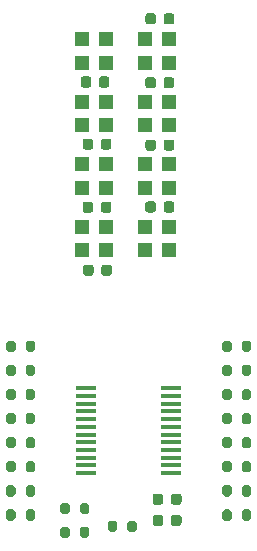
<source format=gtp>
%TF.GenerationSoftware,KiCad,Pcbnew,(5.1.12)-1*%
%TF.CreationDate,2021-12-20T11:42:42-08:00*%
%TF.ProjectId,HighPressureSensorArray,48696768-5072-4657-9373-75726553656e,rev?*%
%TF.SameCoordinates,Original*%
%TF.FileFunction,Paste,Top*%
%TF.FilePolarity,Positive*%
%FSLAX46Y46*%
G04 Gerber Fmt 4.6, Leading zero omitted, Abs format (unit mm)*
G04 Created by KiCad (PCBNEW (5.1.12)-1) date 2021-12-20 11:42:42*
%MOMM*%
%LPD*%
G01*
G04 APERTURE LIST*
%ADD10R,1.750000X0.450000*%
%ADD11R,1.300000X1.300000*%
G04 APERTURE END LIST*
G36*
G01*
X127525000Y-50630000D02*
X127525000Y-50130000D01*
G75*
G02*
X127750000Y-49905000I225000J0D01*
G01*
X128200000Y-49905000D01*
G75*
G02*
X128425000Y-50130000I0J-225000D01*
G01*
X128425000Y-50630000D01*
G75*
G02*
X128200000Y-50855000I-225000J0D01*
G01*
X127750000Y-50855000D01*
G75*
G02*
X127525000Y-50630000I0J225000D01*
G01*
G37*
G36*
G01*
X125975000Y-50630000D02*
X125975000Y-50130000D01*
G75*
G02*
X126200000Y-49905000I225000J0D01*
G01*
X126650000Y-49905000D01*
G75*
G02*
X126875000Y-50130000I0J-225000D01*
G01*
X126875000Y-50630000D01*
G75*
G02*
X126650000Y-50855000I-225000J0D01*
G01*
X126200000Y-50855000D01*
G75*
G02*
X125975000Y-50630000I0J225000D01*
G01*
G37*
G36*
G01*
X126145000Y-55890000D02*
X126145000Y-55390000D01*
G75*
G02*
X126370000Y-55165000I225000J0D01*
G01*
X126820000Y-55165000D01*
G75*
G02*
X127045000Y-55390000I0J-225000D01*
G01*
X127045000Y-55890000D01*
G75*
G02*
X126820000Y-56115000I-225000J0D01*
G01*
X126370000Y-56115000D01*
G75*
G02*
X126145000Y-55890000I0J225000D01*
G01*
G37*
G36*
G01*
X127695000Y-55890000D02*
X127695000Y-55390000D01*
G75*
G02*
X127920000Y-55165000I225000J0D01*
G01*
X128370000Y-55165000D01*
G75*
G02*
X128595000Y-55390000I0J-225000D01*
G01*
X128595000Y-55890000D01*
G75*
G02*
X128370000Y-56115000I-225000J0D01*
G01*
X127920000Y-56115000D01*
G75*
G02*
X127695000Y-55890000I0J225000D01*
G01*
G37*
G36*
G01*
X127695000Y-61230000D02*
X127695000Y-60730000D01*
G75*
G02*
X127920000Y-60505000I225000J0D01*
G01*
X128370000Y-60505000D01*
G75*
G02*
X128595000Y-60730000I0J-225000D01*
G01*
X128595000Y-61230000D01*
G75*
G02*
X128370000Y-61455000I-225000J0D01*
G01*
X127920000Y-61455000D01*
G75*
G02*
X127695000Y-61230000I0J225000D01*
G01*
G37*
G36*
G01*
X126145000Y-61230000D02*
X126145000Y-60730000D01*
G75*
G02*
X126370000Y-60505000I225000J0D01*
G01*
X126820000Y-60505000D01*
G75*
G02*
X127045000Y-60730000I0J-225000D01*
G01*
X127045000Y-61230000D01*
G75*
G02*
X126820000Y-61455000I-225000J0D01*
G01*
X126370000Y-61455000D01*
G75*
G02*
X126145000Y-61230000I0J225000D01*
G01*
G37*
G36*
G01*
X126185000Y-66560000D02*
X126185000Y-66060000D01*
G75*
G02*
X126410000Y-65835000I225000J0D01*
G01*
X126860000Y-65835000D01*
G75*
G02*
X127085000Y-66060000I0J-225000D01*
G01*
X127085000Y-66560000D01*
G75*
G02*
X126860000Y-66785000I-225000J0D01*
G01*
X126410000Y-66785000D01*
G75*
G02*
X126185000Y-66560000I0J225000D01*
G01*
G37*
G36*
G01*
X127735000Y-66560000D02*
X127735000Y-66060000D01*
G75*
G02*
X127960000Y-65835000I225000J0D01*
G01*
X128410000Y-65835000D01*
G75*
G02*
X128635000Y-66060000I0J-225000D01*
G01*
X128635000Y-66560000D01*
G75*
G02*
X128410000Y-66785000I-225000J0D01*
G01*
X127960000Y-66785000D01*
G75*
G02*
X127735000Y-66560000I0J225000D01*
G01*
G37*
G36*
G01*
X132365000Y-44780000D02*
X132365000Y-45280000D01*
G75*
G02*
X132140000Y-45505000I-225000J0D01*
G01*
X131690000Y-45505000D01*
G75*
G02*
X131465000Y-45280000I0J225000D01*
G01*
X131465000Y-44780000D01*
G75*
G02*
X131690000Y-44555000I225000J0D01*
G01*
X132140000Y-44555000D01*
G75*
G02*
X132365000Y-44780000I0J-225000D01*
G01*
G37*
G36*
G01*
X133915000Y-44780000D02*
X133915000Y-45280000D01*
G75*
G02*
X133690000Y-45505000I-225000J0D01*
G01*
X133240000Y-45505000D01*
G75*
G02*
X133015000Y-45280000I0J225000D01*
G01*
X133015000Y-44780000D01*
G75*
G02*
X133240000Y-44555000I225000J0D01*
G01*
X133690000Y-44555000D01*
G75*
G02*
X133915000Y-44780000I0J-225000D01*
G01*
G37*
G36*
G01*
X133905000Y-50190000D02*
X133905000Y-50690000D01*
G75*
G02*
X133680000Y-50915000I-225000J0D01*
G01*
X133230000Y-50915000D01*
G75*
G02*
X133005000Y-50690000I0J225000D01*
G01*
X133005000Y-50190000D01*
G75*
G02*
X133230000Y-49965000I225000J0D01*
G01*
X133680000Y-49965000D01*
G75*
G02*
X133905000Y-50190000I0J-225000D01*
G01*
G37*
G36*
G01*
X132355000Y-50190000D02*
X132355000Y-50690000D01*
G75*
G02*
X132130000Y-50915000I-225000J0D01*
G01*
X131680000Y-50915000D01*
G75*
G02*
X131455000Y-50690000I0J225000D01*
G01*
X131455000Y-50190000D01*
G75*
G02*
X131680000Y-49965000I225000J0D01*
G01*
X132130000Y-49965000D01*
G75*
G02*
X132355000Y-50190000I0J-225000D01*
G01*
G37*
G36*
G01*
X133915000Y-55480000D02*
X133915000Y-55980000D01*
G75*
G02*
X133690000Y-56205000I-225000J0D01*
G01*
X133240000Y-56205000D01*
G75*
G02*
X133015000Y-55980000I0J225000D01*
G01*
X133015000Y-55480000D01*
G75*
G02*
X133240000Y-55255000I225000J0D01*
G01*
X133690000Y-55255000D01*
G75*
G02*
X133915000Y-55480000I0J-225000D01*
G01*
G37*
G36*
G01*
X132365000Y-55480000D02*
X132365000Y-55980000D01*
G75*
G02*
X132140000Y-56205000I-225000J0D01*
G01*
X131690000Y-56205000D01*
G75*
G02*
X131465000Y-55980000I0J225000D01*
G01*
X131465000Y-55480000D01*
G75*
G02*
X131690000Y-55255000I225000J0D01*
G01*
X132140000Y-55255000D01*
G75*
G02*
X132365000Y-55480000I0J-225000D01*
G01*
G37*
G36*
G01*
X132355000Y-60710000D02*
X132355000Y-61210000D01*
G75*
G02*
X132130000Y-61435000I-225000J0D01*
G01*
X131680000Y-61435000D01*
G75*
G02*
X131455000Y-61210000I0J225000D01*
G01*
X131455000Y-60710000D01*
G75*
G02*
X131680000Y-60485000I225000J0D01*
G01*
X132130000Y-60485000D01*
G75*
G02*
X132355000Y-60710000I0J-225000D01*
G01*
G37*
G36*
G01*
X133905000Y-60710000D02*
X133905000Y-61210000D01*
G75*
G02*
X133680000Y-61435000I-225000J0D01*
G01*
X133230000Y-61435000D01*
G75*
G02*
X133005000Y-61210000I0J225000D01*
G01*
X133005000Y-60710000D01*
G75*
G02*
X133230000Y-60485000I225000J0D01*
G01*
X133680000Y-60485000D01*
G75*
G02*
X133905000Y-60710000I0J-225000D01*
G01*
G37*
G36*
G01*
X132075000Y-85950000D02*
X132075000Y-85450000D01*
G75*
G02*
X132300000Y-85225000I225000J0D01*
G01*
X132750000Y-85225000D01*
G75*
G02*
X132975000Y-85450000I0J-225000D01*
G01*
X132975000Y-85950000D01*
G75*
G02*
X132750000Y-86175000I-225000J0D01*
G01*
X132300000Y-86175000D01*
G75*
G02*
X132075000Y-85950000I0J225000D01*
G01*
G37*
G36*
G01*
X133625000Y-85950000D02*
X133625000Y-85450000D01*
G75*
G02*
X133850000Y-85225000I225000J0D01*
G01*
X134300000Y-85225000D01*
G75*
G02*
X134525000Y-85450000I0J-225000D01*
G01*
X134525000Y-85950000D01*
G75*
G02*
X134300000Y-86175000I-225000J0D01*
G01*
X133850000Y-86175000D01*
G75*
G02*
X133625000Y-85950000I0J225000D01*
G01*
G37*
G36*
G01*
X133625000Y-87750000D02*
X133625000Y-87250000D01*
G75*
G02*
X133850000Y-87025000I225000J0D01*
G01*
X134300000Y-87025000D01*
G75*
G02*
X134525000Y-87250000I0J-225000D01*
G01*
X134525000Y-87750000D01*
G75*
G02*
X134300000Y-87975000I-225000J0D01*
G01*
X133850000Y-87975000D01*
G75*
G02*
X133625000Y-87750000I0J225000D01*
G01*
G37*
G36*
G01*
X132075000Y-87750000D02*
X132075000Y-87250000D01*
G75*
G02*
X132300000Y-87025000I225000J0D01*
G01*
X132750000Y-87025000D01*
G75*
G02*
X132975000Y-87250000I0J-225000D01*
G01*
X132975000Y-87750000D01*
G75*
G02*
X132750000Y-87975000I-225000J0D01*
G01*
X132300000Y-87975000D01*
G75*
G02*
X132075000Y-87750000I0J225000D01*
G01*
G37*
G36*
G01*
X138775000Y-74522958D02*
X138775000Y-75072958D01*
G75*
G02*
X138575000Y-75272958I-200000J0D01*
G01*
X138175000Y-75272958D01*
G75*
G02*
X137975000Y-75072958I0J200000D01*
G01*
X137975000Y-74522958D01*
G75*
G02*
X138175000Y-74322958I200000J0D01*
G01*
X138575000Y-74322958D01*
G75*
G02*
X138775000Y-74522958I0J-200000D01*
G01*
G37*
G36*
G01*
X140425000Y-74522958D02*
X140425000Y-75072958D01*
G75*
G02*
X140225000Y-75272958I-200000J0D01*
G01*
X139825000Y-75272958D01*
G75*
G02*
X139625000Y-75072958I0J200000D01*
G01*
X139625000Y-74522958D01*
G75*
G02*
X139825000Y-74322958I200000J0D01*
G01*
X140225000Y-74322958D01*
G75*
G02*
X140425000Y-74522958I0J-200000D01*
G01*
G37*
G36*
G01*
X140425000Y-72482142D02*
X140425000Y-73032142D01*
G75*
G02*
X140225000Y-73232142I-200000J0D01*
G01*
X139825000Y-73232142D01*
G75*
G02*
X139625000Y-73032142I0J200000D01*
G01*
X139625000Y-72482142D01*
G75*
G02*
X139825000Y-72282142I200000J0D01*
G01*
X140225000Y-72282142D01*
G75*
G02*
X140425000Y-72482142I0J-200000D01*
G01*
G37*
G36*
G01*
X138775000Y-72482142D02*
X138775000Y-73032142D01*
G75*
G02*
X138575000Y-73232142I-200000J0D01*
G01*
X138175000Y-73232142D01*
G75*
G02*
X137975000Y-73032142I0J200000D01*
G01*
X137975000Y-72482142D01*
G75*
G02*
X138175000Y-72282142I200000J0D01*
G01*
X138575000Y-72282142D01*
G75*
G02*
X138775000Y-72482142I0J-200000D01*
G01*
G37*
G36*
G01*
X140425000Y-78604590D02*
X140425000Y-79154590D01*
G75*
G02*
X140225000Y-79354590I-200000J0D01*
G01*
X139825000Y-79354590D01*
G75*
G02*
X139625000Y-79154590I0J200000D01*
G01*
X139625000Y-78604590D01*
G75*
G02*
X139825000Y-78404590I200000J0D01*
G01*
X140225000Y-78404590D01*
G75*
G02*
X140425000Y-78604590I0J-200000D01*
G01*
G37*
G36*
G01*
X138775000Y-78604590D02*
X138775000Y-79154590D01*
G75*
G02*
X138575000Y-79354590I-200000J0D01*
G01*
X138175000Y-79354590D01*
G75*
G02*
X137975000Y-79154590I0J200000D01*
G01*
X137975000Y-78604590D01*
G75*
G02*
X138175000Y-78404590I200000J0D01*
G01*
X138575000Y-78404590D01*
G75*
G02*
X138775000Y-78604590I0J-200000D01*
G01*
G37*
G36*
G01*
X138775000Y-76563774D02*
X138775000Y-77113774D01*
G75*
G02*
X138575000Y-77313774I-200000J0D01*
G01*
X138175000Y-77313774D01*
G75*
G02*
X137975000Y-77113774I0J200000D01*
G01*
X137975000Y-76563774D01*
G75*
G02*
X138175000Y-76363774I200000J0D01*
G01*
X138575000Y-76363774D01*
G75*
G02*
X138775000Y-76563774I0J-200000D01*
G01*
G37*
G36*
G01*
X140425000Y-76563774D02*
X140425000Y-77113774D01*
G75*
G02*
X140225000Y-77313774I-200000J0D01*
G01*
X139825000Y-77313774D01*
G75*
G02*
X139625000Y-77113774I0J200000D01*
G01*
X139625000Y-76563774D01*
G75*
G02*
X139825000Y-76363774I200000J0D01*
G01*
X140225000Y-76363774D01*
G75*
G02*
X140425000Y-76563774I0J-200000D01*
G01*
G37*
G36*
G01*
X138775000Y-82686222D02*
X138775000Y-83236222D01*
G75*
G02*
X138575000Y-83436222I-200000J0D01*
G01*
X138175000Y-83436222D01*
G75*
G02*
X137975000Y-83236222I0J200000D01*
G01*
X137975000Y-82686222D01*
G75*
G02*
X138175000Y-82486222I200000J0D01*
G01*
X138575000Y-82486222D01*
G75*
G02*
X138775000Y-82686222I0J-200000D01*
G01*
G37*
G36*
G01*
X140425000Y-82686222D02*
X140425000Y-83236222D01*
G75*
G02*
X140225000Y-83436222I-200000J0D01*
G01*
X139825000Y-83436222D01*
G75*
G02*
X139625000Y-83236222I0J200000D01*
G01*
X139625000Y-82686222D01*
G75*
G02*
X139825000Y-82486222I200000J0D01*
G01*
X140225000Y-82486222D01*
G75*
G02*
X140425000Y-82686222I0J-200000D01*
G01*
G37*
G36*
G01*
X140425000Y-80645406D02*
X140425000Y-81195406D01*
G75*
G02*
X140225000Y-81395406I-200000J0D01*
G01*
X139825000Y-81395406D01*
G75*
G02*
X139625000Y-81195406I0J200000D01*
G01*
X139625000Y-80645406D01*
G75*
G02*
X139825000Y-80445406I200000J0D01*
G01*
X140225000Y-80445406D01*
G75*
G02*
X140425000Y-80645406I0J-200000D01*
G01*
G37*
G36*
G01*
X138775000Y-80645406D02*
X138775000Y-81195406D01*
G75*
G02*
X138575000Y-81395406I-200000J0D01*
G01*
X138175000Y-81395406D01*
G75*
G02*
X137975000Y-81195406I0J200000D01*
G01*
X137975000Y-80645406D01*
G75*
G02*
X138175000Y-80445406I200000J0D01*
G01*
X138575000Y-80445406D01*
G75*
G02*
X138775000Y-80645406I0J-200000D01*
G01*
G37*
G36*
G01*
X140425000Y-86767857D02*
X140425000Y-87317857D01*
G75*
G02*
X140225000Y-87517857I-200000J0D01*
G01*
X139825000Y-87517857D01*
G75*
G02*
X139625000Y-87317857I0J200000D01*
G01*
X139625000Y-86767857D01*
G75*
G02*
X139825000Y-86567857I200000J0D01*
G01*
X140225000Y-86567857D01*
G75*
G02*
X140425000Y-86767857I0J-200000D01*
G01*
G37*
G36*
G01*
X138775000Y-86767857D02*
X138775000Y-87317857D01*
G75*
G02*
X138575000Y-87517857I-200000J0D01*
G01*
X138175000Y-87517857D01*
G75*
G02*
X137975000Y-87317857I0J200000D01*
G01*
X137975000Y-86767857D01*
G75*
G02*
X138175000Y-86567857I200000J0D01*
G01*
X138575000Y-86567857D01*
G75*
G02*
X138775000Y-86767857I0J-200000D01*
G01*
G37*
G36*
G01*
X138775000Y-84727038D02*
X138775000Y-85277038D01*
G75*
G02*
X138575000Y-85477038I-200000J0D01*
G01*
X138175000Y-85477038D01*
G75*
G02*
X137975000Y-85277038I0J200000D01*
G01*
X137975000Y-84727038D01*
G75*
G02*
X138175000Y-84527038I200000J0D01*
G01*
X138575000Y-84527038D01*
G75*
G02*
X138775000Y-84727038I0J-200000D01*
G01*
G37*
G36*
G01*
X140425000Y-84727038D02*
X140425000Y-85277038D01*
G75*
G02*
X140225000Y-85477038I-200000J0D01*
G01*
X139825000Y-85477038D01*
G75*
G02*
X139625000Y-85277038I0J200000D01*
G01*
X139625000Y-84727038D01*
G75*
G02*
X139825000Y-84527038I200000J0D01*
G01*
X140225000Y-84527038D01*
G75*
G02*
X140425000Y-84727038I0J-200000D01*
G01*
G37*
G36*
G01*
X119675000Y-85276016D02*
X119675000Y-84726016D01*
G75*
G02*
X119875000Y-84526016I200000J0D01*
G01*
X120275000Y-84526016D01*
G75*
G02*
X120475000Y-84726016I0J-200000D01*
G01*
X120475000Y-85276016D01*
G75*
G02*
X120275000Y-85476016I-200000J0D01*
G01*
X119875000Y-85476016D01*
G75*
G02*
X119675000Y-85276016I0J200000D01*
G01*
G37*
G36*
G01*
X121325000Y-85276016D02*
X121325000Y-84726016D01*
G75*
G02*
X121525000Y-84526016I200000J0D01*
G01*
X121925000Y-84526016D01*
G75*
G02*
X122125000Y-84726016I0J-200000D01*
G01*
X122125000Y-85276016D01*
G75*
G02*
X121925000Y-85476016I-200000J0D01*
G01*
X121525000Y-85476016D01*
G75*
G02*
X121325000Y-85276016I0J200000D01*
G01*
G37*
G36*
G01*
X119675000Y-87317857D02*
X119675000Y-86767857D01*
G75*
G02*
X119875000Y-86567857I200000J0D01*
G01*
X120275000Y-86567857D01*
G75*
G02*
X120475000Y-86767857I0J-200000D01*
G01*
X120475000Y-87317857D01*
G75*
G02*
X120275000Y-87517857I-200000J0D01*
G01*
X119875000Y-87517857D01*
G75*
G02*
X119675000Y-87317857I0J200000D01*
G01*
G37*
G36*
G01*
X121325000Y-87317857D02*
X121325000Y-86767857D01*
G75*
G02*
X121525000Y-86567857I200000J0D01*
G01*
X121925000Y-86567857D01*
G75*
G02*
X122125000Y-86767857I0J-200000D01*
G01*
X122125000Y-87317857D01*
G75*
G02*
X121925000Y-87517857I-200000J0D01*
G01*
X121525000Y-87517857D01*
G75*
G02*
X121325000Y-87317857I0J200000D01*
G01*
G37*
G36*
G01*
X119675000Y-81192344D02*
X119675000Y-80642344D01*
G75*
G02*
X119875000Y-80442344I200000J0D01*
G01*
X120275000Y-80442344D01*
G75*
G02*
X120475000Y-80642344I0J-200000D01*
G01*
X120475000Y-81192344D01*
G75*
G02*
X120275000Y-81392344I-200000J0D01*
G01*
X119875000Y-81392344D01*
G75*
G02*
X119675000Y-81192344I0J200000D01*
G01*
G37*
G36*
G01*
X121325000Y-81192344D02*
X121325000Y-80642344D01*
G75*
G02*
X121525000Y-80442344I200000J0D01*
G01*
X121925000Y-80442344D01*
G75*
G02*
X122125000Y-80642344I0J-200000D01*
G01*
X122125000Y-81192344D01*
G75*
G02*
X121925000Y-81392344I-200000J0D01*
G01*
X121525000Y-81392344D01*
G75*
G02*
X121325000Y-81192344I0J200000D01*
G01*
G37*
G36*
G01*
X121325000Y-83234180D02*
X121325000Y-82684180D01*
G75*
G02*
X121525000Y-82484180I200000J0D01*
G01*
X121925000Y-82484180D01*
G75*
G02*
X122125000Y-82684180I0J-200000D01*
G01*
X122125000Y-83234180D01*
G75*
G02*
X121925000Y-83434180I-200000J0D01*
G01*
X121525000Y-83434180D01*
G75*
G02*
X121325000Y-83234180I0J200000D01*
G01*
G37*
G36*
G01*
X119675000Y-83234180D02*
X119675000Y-82684180D01*
G75*
G02*
X119875000Y-82484180I200000J0D01*
G01*
X120275000Y-82484180D01*
G75*
G02*
X120475000Y-82684180I0J-200000D01*
G01*
X120475000Y-83234180D01*
G75*
G02*
X120275000Y-83434180I-200000J0D01*
G01*
X119875000Y-83434180D01*
G75*
G02*
X119675000Y-83234180I0J200000D01*
G01*
G37*
G36*
G01*
X119675000Y-77108672D02*
X119675000Y-76558672D01*
G75*
G02*
X119875000Y-76358672I200000J0D01*
G01*
X120275000Y-76358672D01*
G75*
G02*
X120475000Y-76558672I0J-200000D01*
G01*
X120475000Y-77108672D01*
G75*
G02*
X120275000Y-77308672I-200000J0D01*
G01*
X119875000Y-77308672D01*
G75*
G02*
X119675000Y-77108672I0J200000D01*
G01*
G37*
G36*
G01*
X121325000Y-77108672D02*
X121325000Y-76558672D01*
G75*
G02*
X121525000Y-76358672I200000J0D01*
G01*
X121925000Y-76358672D01*
G75*
G02*
X122125000Y-76558672I0J-200000D01*
G01*
X122125000Y-77108672D01*
G75*
G02*
X121925000Y-77308672I-200000J0D01*
G01*
X121525000Y-77308672D01*
G75*
G02*
X121325000Y-77108672I0J200000D01*
G01*
G37*
G36*
G01*
X121325000Y-79150508D02*
X121325000Y-78600508D01*
G75*
G02*
X121525000Y-78400508I200000J0D01*
G01*
X121925000Y-78400508D01*
G75*
G02*
X122125000Y-78600508I0J-200000D01*
G01*
X122125000Y-79150508D01*
G75*
G02*
X121925000Y-79350508I-200000J0D01*
G01*
X121525000Y-79350508D01*
G75*
G02*
X121325000Y-79150508I0J200000D01*
G01*
G37*
G36*
G01*
X119675000Y-79150508D02*
X119675000Y-78600508D01*
G75*
G02*
X119875000Y-78400508I200000J0D01*
G01*
X120275000Y-78400508D01*
G75*
G02*
X120475000Y-78600508I0J-200000D01*
G01*
X120475000Y-79150508D01*
G75*
G02*
X120275000Y-79350508I-200000J0D01*
G01*
X119875000Y-79350508D01*
G75*
G02*
X119675000Y-79150508I0J200000D01*
G01*
G37*
G36*
G01*
X119675000Y-73025000D02*
X119675000Y-72475000D01*
G75*
G02*
X119875000Y-72275000I200000J0D01*
G01*
X120275000Y-72275000D01*
G75*
G02*
X120475000Y-72475000I0J-200000D01*
G01*
X120475000Y-73025000D01*
G75*
G02*
X120275000Y-73225000I-200000J0D01*
G01*
X119875000Y-73225000D01*
G75*
G02*
X119675000Y-73025000I0J200000D01*
G01*
G37*
G36*
G01*
X121325000Y-73025000D02*
X121325000Y-72475000D01*
G75*
G02*
X121525000Y-72275000I200000J0D01*
G01*
X121925000Y-72275000D01*
G75*
G02*
X122125000Y-72475000I0J-200000D01*
G01*
X122125000Y-73025000D01*
G75*
G02*
X121925000Y-73225000I-200000J0D01*
G01*
X121525000Y-73225000D01*
G75*
G02*
X121325000Y-73025000I0J200000D01*
G01*
G37*
G36*
G01*
X121325000Y-75066836D02*
X121325000Y-74516836D01*
G75*
G02*
X121525000Y-74316836I200000J0D01*
G01*
X121925000Y-74316836D01*
G75*
G02*
X122125000Y-74516836I0J-200000D01*
G01*
X122125000Y-75066836D01*
G75*
G02*
X121925000Y-75266836I-200000J0D01*
G01*
X121525000Y-75266836D01*
G75*
G02*
X121325000Y-75066836I0J200000D01*
G01*
G37*
G36*
G01*
X119675000Y-75066836D02*
X119675000Y-74516836D01*
G75*
G02*
X119875000Y-74316836I200000J0D01*
G01*
X120275000Y-74316836D01*
G75*
G02*
X120475000Y-74516836I0J-200000D01*
G01*
X120475000Y-75066836D01*
G75*
G02*
X120275000Y-75266836I-200000J0D01*
G01*
X119875000Y-75266836D01*
G75*
G02*
X119675000Y-75066836I0J200000D01*
G01*
G37*
G36*
G01*
X126725000Y-88225000D02*
X126725000Y-88775000D01*
G75*
G02*
X126525000Y-88975000I-200000J0D01*
G01*
X126125000Y-88975000D01*
G75*
G02*
X125925000Y-88775000I0J200000D01*
G01*
X125925000Y-88225000D01*
G75*
G02*
X126125000Y-88025000I200000J0D01*
G01*
X126525000Y-88025000D01*
G75*
G02*
X126725000Y-88225000I0J-200000D01*
G01*
G37*
G36*
G01*
X125075000Y-88225000D02*
X125075000Y-88775000D01*
G75*
G02*
X124875000Y-88975000I-200000J0D01*
G01*
X124475000Y-88975000D01*
G75*
G02*
X124275000Y-88775000I0J200000D01*
G01*
X124275000Y-88225000D01*
G75*
G02*
X124475000Y-88025000I200000J0D01*
G01*
X124875000Y-88025000D01*
G75*
G02*
X125075000Y-88225000I0J-200000D01*
G01*
G37*
G36*
G01*
X125075000Y-86225000D02*
X125075000Y-86775000D01*
G75*
G02*
X124875000Y-86975000I-200000J0D01*
G01*
X124475000Y-86975000D01*
G75*
G02*
X124275000Y-86775000I0J200000D01*
G01*
X124275000Y-86225000D01*
G75*
G02*
X124475000Y-86025000I200000J0D01*
G01*
X124875000Y-86025000D01*
G75*
G02*
X125075000Y-86225000I0J-200000D01*
G01*
G37*
G36*
G01*
X126725000Y-86225000D02*
X126725000Y-86775000D01*
G75*
G02*
X126525000Y-86975000I-200000J0D01*
G01*
X126125000Y-86975000D01*
G75*
G02*
X125925000Y-86775000I0J200000D01*
G01*
X125925000Y-86225000D01*
G75*
G02*
X126125000Y-86025000I200000J0D01*
G01*
X126525000Y-86025000D01*
G75*
G02*
X126725000Y-86225000I0J-200000D01*
G01*
G37*
G36*
G01*
X129075000Y-87725000D02*
X129075000Y-88275000D01*
G75*
G02*
X128875000Y-88475000I-200000J0D01*
G01*
X128475000Y-88475000D01*
G75*
G02*
X128275000Y-88275000I0J200000D01*
G01*
X128275000Y-87725000D01*
G75*
G02*
X128475000Y-87525000I200000J0D01*
G01*
X128875000Y-87525000D01*
G75*
G02*
X129075000Y-87725000I0J-200000D01*
G01*
G37*
G36*
G01*
X130725000Y-87725000D02*
X130725000Y-88275000D01*
G75*
G02*
X130525000Y-88475000I-200000J0D01*
G01*
X130125000Y-88475000D01*
G75*
G02*
X129925000Y-88275000I0J200000D01*
G01*
X129925000Y-87725000D01*
G75*
G02*
X130125000Y-87525000I200000J0D01*
G01*
X130525000Y-87525000D01*
G75*
G02*
X130725000Y-87725000I0J-200000D01*
G01*
G37*
D10*
X133600000Y-83475000D03*
X133600000Y-82825000D03*
X133600000Y-82175000D03*
X133600000Y-81525000D03*
X133600000Y-80875000D03*
X133600000Y-80225000D03*
X133600000Y-79575000D03*
X133600000Y-78925000D03*
X133600000Y-78275000D03*
X133600000Y-77625000D03*
X133600000Y-76975000D03*
X133600000Y-76325000D03*
X126400000Y-76325000D03*
X126400000Y-76975000D03*
X126400000Y-77625000D03*
X126400000Y-78275000D03*
X126400000Y-78925000D03*
X126400000Y-79575000D03*
X126400000Y-80225000D03*
X126400000Y-80875000D03*
X126400000Y-81525000D03*
X126400000Y-82175000D03*
X126400000Y-82825000D03*
X126400000Y-83475000D03*
D11*
X133436600Y-62630400D03*
X133436600Y-64630400D03*
X131436600Y-62630400D03*
X131436600Y-64630400D03*
X133436600Y-57330400D03*
X133436600Y-59330400D03*
X131436600Y-57330400D03*
X131436600Y-59330400D03*
X133436600Y-52030400D03*
X133436600Y-54030400D03*
X131436600Y-52030400D03*
X131436600Y-54030400D03*
X131436600Y-48730400D03*
X131436600Y-46730400D03*
X133436600Y-48730400D03*
X133436600Y-46730400D03*
X126136600Y-48730400D03*
X126136600Y-46730400D03*
X128136600Y-48730400D03*
X128136600Y-46730400D03*
X128136600Y-52030400D03*
X128136600Y-54030400D03*
X126136600Y-52030400D03*
X126136600Y-54030400D03*
X126136600Y-59330400D03*
X126136600Y-57330400D03*
X128136600Y-59330400D03*
X128136600Y-57330400D03*
X126136600Y-64630400D03*
X126136600Y-62630400D03*
X128136600Y-64630400D03*
X128136600Y-62630400D03*
M02*

</source>
